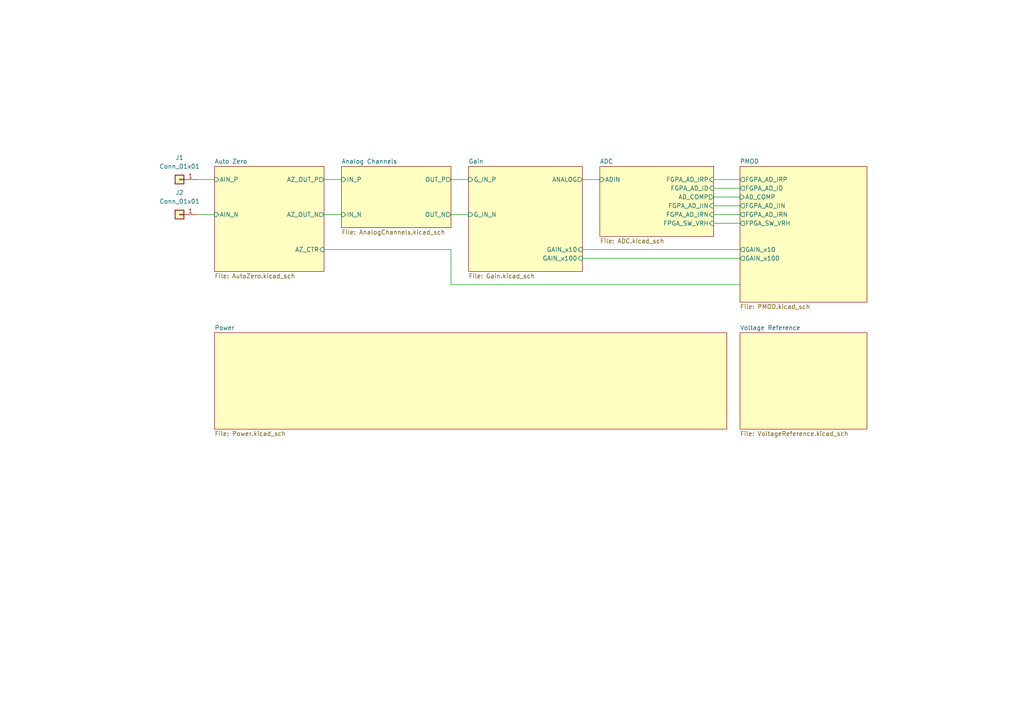
<source format=kicad_sch>
(kicad_sch (version 20250114) (generator "eeschema") (generator_version "9.0")
  (paper "A4")
  (lib_symbols
    (symbol "Connector_Generic:Conn_01x01" (pin_names (offset 1.016) (hide yes))
      (property "Reference" "J" (at 0 2.54 0))
      (property "Value" "Conn_01x01" (at 0 -2.54 0))
      (symbol "Conn_01x01_1_1"
        (rectangle (start -1.27 1.27) (end 1.27 -1.27) (stroke (width 0.254)) (fill (type background)))
        (rectangle (start -1.27 0.127) (end 0 -0.127) (stroke (width 0.1524)))
        (pin passive line (at -5.08 0 0) (length 3.81) (name "Pin_1") (number "1"))
      )
    )
  )
  (wire (pts (xy 207.01 64.77) (xy 214.63 64.77)))
  (wire (pts (xy 130.81 52.07) (xy 135.89 52.07)))
  (wire (pts (xy 93.98 62.23) (xy 99.06 62.23)))
  (wire (pts (xy 207.01 57.15) (xy 214.63 57.15)))
  (wire (pts (xy 207.01 62.23) (xy 214.63 62.23)))
  (wire (pts (xy 207.01 54.61) (xy 214.63 54.61)))
  (wire (pts (xy 57.15 52.07) (xy 62.23 52.07)))
  (wire (pts (xy 130.81 62.23) (xy 135.89 62.23)))
  (wire (pts (xy 93.98 72.39) (xy 130.81 72.39)))
  (wire (pts (xy 168.91 72.39) (xy 214.63 72.39)))
  (wire (pts (xy 130.81 72.39) (xy 130.81 82.55)))
  (wire (pts (xy 93.98 52.07) (xy 99.06 52.07)))
  (wire (pts (xy 207.01 52.07) (xy 214.63 52.07)))
  (wire (pts (xy 168.91 74.93) (xy 214.63 74.93)))
  (wire (pts (xy 207.01 59.69) (xy 214.63 59.69)))
  (wire (pts (xy 130.81 82.55) (xy 214.63 82.55)))
  (wire (pts (xy 168.91 52.07) (xy 173.99 52.07)))
  (wire (pts (xy 57.15 62.23) (xy 62.23 62.23)))
  (symbol (lib_id "Connector_Generic:Conn_01x01") (at 52.07 62.23 180) (unit 1)
    (property "Reference" "J2" (at 52.07 55.88 0))
    (property "Value" "Conn_01x01" (at 52.07 58.42 0))
    (property "Footprint" "MADC:S16N-PC" (effects (hide yes)))
    (property "Description" "Generic connector, single row, 01x01, script generated (kicad-library-utils/schlib/autogen/connector/)" (effects (hide yes)))
  )
  (symbol (lib_id "Connector_Generic:Conn_01x01") (at 52.07 52.07 180) (unit 1)
    (property "Reference" "J1" (at 52.07 45.72 0))
    (property "Value" "Conn_01x01" (at 52.07 48.26 0))
    (property "Footprint" "MADC:S16N-PC" (effects (hide yes)))
    (property "Description" "Generic connector, single row, 01x01, script generated (kicad-library-utils/schlib/autogen/connector/)" (effects (hide yes)))
  )
  (sheet (at 214.63 96.52) (size 36.83 27.94) (stroke (width 0.1524)) (fill (color 255 255 194 1.0000))
    (property "Sheetname" "Voltage Reference" (at 214.63 95.8084 0) (effects (justify left bottom)))
    (property "Sheetfile" "VoltageReference.kicad_sch" (at 214.63 125.0446 0) (effects (justify left top)))
  )
  (sheet (at 214.63 48.26) (size 36.83 39.37) (stroke (width 0.1524)) (fill (color 255 255 194 1.0000))
    (property "Sheetname" "PMOD" (at 214.63 47.5484 0) (effects (justify left bottom)))
    (property "Sheetfile" "PMOD.kicad_sch" (at 214.63 88.2146 0) (effects (justify left top)))
    (pin "GAIN_x100" output (at 214.63 74.93 180))
    (pin "FGPA_AD_ID" output (at 214.63 54.61 180))
    (pin "GAIN_x10" output (at 214.63 72.39 180))
    (pin "FGPA_AD_IRP" output (at 214.63 52.07 180))
    (pin "FPGA_SW_VRH" output (at 214.63 64.77 180))
    (pin "FGPA_AD_IRN" output (at 214.63 62.23 180))
    (pin "AD_COMP" input (at 214.63 57.15 180))
    (pin "FGPA_AD_IIN" output (at 214.63 59.69 180))
  )
  (sheet (at 173.99 48.26) (size 33.02 20.32) (stroke (width 0.1524)) (fill (color 255 255 194 1.0000))
    (property "Sheetname" "ADC" (at 173.99 47.5484 0) (effects (justify left bottom)))
    (property "Sheetfile" "ADC.kicad_sch" (at 173.99 69.1646 0) (effects (justify left top)))
    (pin "FGPA_AD_IRP" input (at 207.01 52.07 0))
    (pin "FGPA_AD_ID" input (at 207.01 54.61 0))
    (pin "AD_COMP" output (at 207.01 57.15 0))
    (pin "FGPA_AD_IIN" input (at 207.01 59.69 0))
    (pin "ADIN" input (at 173.99 52.07 180))
    (pin "FGPA_AD_IRN" input (at 207.01 62.23 0))
    (pin "FPGA_SW_VRH" input (at 207.01 64.77 0))
  )
  (sheet (at 99.06 48.26) (size 31.75 17.78) (stroke (width 0.1524)) (fill (color 255 255 194 1.0000))
    (property "Sheetname" "Analog Channels" (at 99.06 47.5484 0) (effects (justify left bottom)))
    (property "Sheetfile" "AnalogChannels.kicad_sch" (at 99.06 66.6246 0) (effects (justify left top)))
    (pin "IN_P" input (at 99.06 52.07 180))
    (pin "OUT_N" output (at 130.81 62.23 0))
    (pin "OUT_P" output (at 130.81 52.07 0))
    (pin "IN_N" input (at 99.06 62.23 180))
  )
  (sheet (at 62.23 96.52) (size 148.59 27.94) (stroke (width 0.1524)) (fill (color 255 255 194 1.0000))
    (property "Sheetname" "Power" (at 62.23 95.8084 0) (effects (justify left bottom)))
    (property "Sheetfile" "Power.kicad_sch" (at 62.23 125.0446 0) (effects (justify left top)))
  )
  (sheet (at 62.23 48.26) (size 31.75 30.48) (stroke (width 0.1524)) (fill (color 255 255 194 1.0000))
    (property "Sheetname" "Auto Zero" (at 62.23 47.5484 0) (effects (justify left bottom)))
    (property "Sheetfile" "AutoZero.kicad_sch" (at 62.23 79.3246 0) (effects (justify left top)))
    (pin "AIN_P" input (at 62.23 52.07 180))
    (pin "AIN_N" input (at 62.23 62.23 180))
    (pin "AZ_OUT_P" output (at 93.98 52.07 0))
    (pin "AZ_OUT_N" output (at 93.98 62.23 0))
    (pin "AZ_CTR" input (at 93.98 72.39 0))
  )
  (sheet (at 135.89 48.26) (size 33.02 30.48) (stroke (width 0.1524)) (fill (color 255 255 194 1.0000))
    (property "Sheetname" "Gain" (at 135.89 47.5484 0) (effects (justify left bottom)))
    (property "Sheetfile" "Gain.kicad_sch" (at 135.89 79.3246 0) (effects (justify left top)))
    (pin "GAIN_x100" input (at 168.91 74.93 0))
    (pin "ANALOG" output (at 168.91 52.07 0))
    (pin "G_IN_P" input (at 135.89 52.07 180))
    (pin "GAIN_x10" input (at 168.91 72.39 0))
    (pin "G_IN_N" input (at 135.89 62.23 180))
  )
)
</source>
